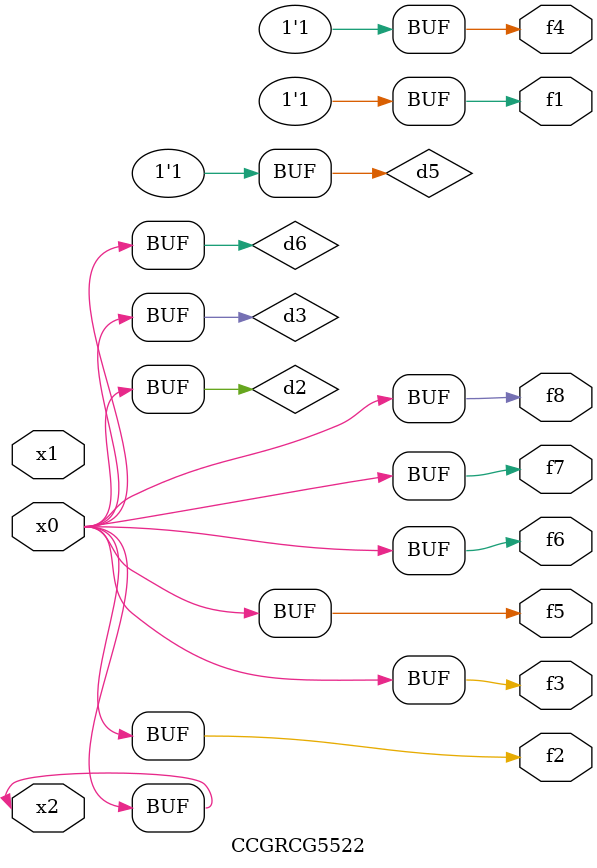
<source format=v>
module CCGRCG5522(
	input x0, x1, x2,
	output f1, f2, f3, f4, f5, f6, f7, f8
);

	wire d1, d2, d3, d4, d5, d6;

	xnor (d1, x2);
	buf (d2, x0, x2);
	and (d3, x0);
	xnor (d4, x1, x2);
	nand (d5, d1, d3);
	buf (d6, d2, d3);
	assign f1 = d5;
	assign f2 = d6;
	assign f3 = d6;
	assign f4 = d5;
	assign f5 = d6;
	assign f6 = d6;
	assign f7 = d6;
	assign f8 = d6;
endmodule

</source>
